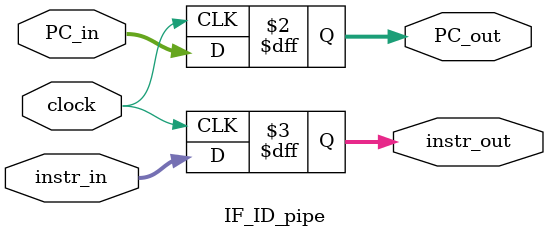
<source format=v>

module IF_ID_pipe(
	input wire clock,
	input wire [31:0] PC_in,
	input wire [31:0] instr_in,
	output reg [31:0] PC_out,
	output reg [31:0]	instr_out
	);
	
	
	always @(posedge clock) begin
		PC_out<=PC_in;
		instr_out<=instr_in;
	end
endmodule
</source>
